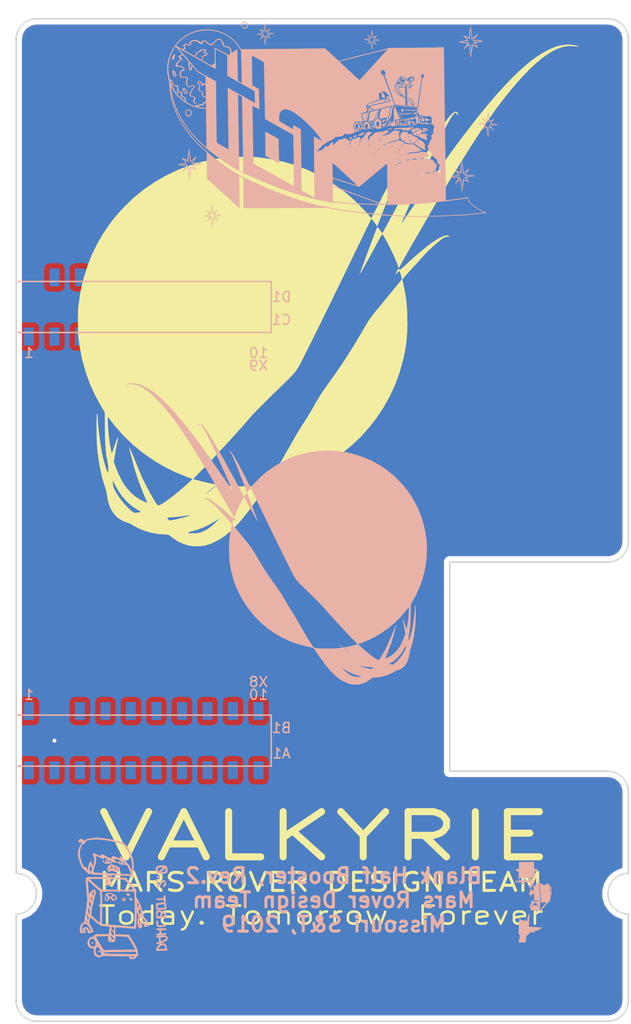
<source format=kicad_pcb>
(kicad_pcb (version 20171130) (host pcbnew "(5.0.0)")
  (layers (0 F.Cu signal) (31 B.Cu signal) (34 B.Paste user) (35 F.Paste user) (36 B.SilkS user) (37 F.SilkS user) (38 B.Mask user) (39 F.Mask user) (44 Edge.Cuts user))
  (net 0 "")
  (net 1 "Net-(U1-Pad+5V)")
  (net 2 "Net-(U1-PadGND)")
  (net 3 "Net-(U1-PadPE0)")
  (net 4 "Net-(U1-PadPE1)")
  (net 5 "Net-(U1-PadPE2)")
  (net 6 "Net-(U1-PadPE3)")
  (net 7 "Net-(U1-PadPD7)")
  (net 8 "Net-(U1-PadPA6)")
  (net 9 "Net-(U1-PadPM4)")
  (net 10 "Net-(U1-PadPM5)")
  (net 11 "Net-(U1-Pad+3V3)")
  (net 12 "Net-(U1-PadPE4)")
  (net 13 "Net-(U1-PadPC4)")
  (net 14 "Net-(U1-PadPC5)")
  (net 15 "Net-(U1-PadPC6)")
  (net 16 "Net-(U1-PadPE5)")
  (net 17 "Net-(U1-PadPD3)")
  (net 18 "Net-(U1-PadPC7)")
  (net 19 "Net-(U1-PadPB2)")
  (net 20 "Net-(U1-PadPB3)")
  (net 21 "Net-(U1-PadPF1)")
  (net 22 "Net-(U1-PadPF2)")
  (net 23 "Net-(U1-PadPF3)")
  (net 24 "Net-(U1-PadPG0)")
  (net 25 "Net-(U1-PadPL4)")
  (net 26 "Net-(U1-PadPL5)")
  (net 27 "Net-(U1-PadPL0)")
  (net 28 "Net-(U1-PadPL1)")
  (net 29 "Net-(U1-PadPL2)")
  (net 30 "Net-(U1-PadPL3)")
  (net 31 "Net-(U1-PadPM3)")
  (net 32 "Net-(U1-PadPH2)")
  (net 33 "Net-(U1-PadPH3)")
  (net 34 "Net-(U1-PadRese)")
  (net 35 "Net-(U1-PadPD1)")
  (net 36 "Net-(U1-PadPD0)")
  (net 37 "Net-(U1-PadPN2)")
  (net 38 "Net-(U1-PadPN3)")
  (net 39 "Net-(U1-PadPP2)")
  (module MRDT_Shields:TM4C129E_Launchpad_X9_SMD_BOTTOM (layer F.Cu) (at 119.38 91.44)
    (fp_text reference U1 hide)
    (fp_text value TM4C129E_Launchpad hide)
    (fp_text user 1 (at 1.27 -41.148 180) (layer B.SilkS) (effects (justify mirror)))
    (fp_text user 10 (at 24.13 -41.148 180) (layer B.SilkS) (effects (justify mirror)))
    (fp_text user 1 (at 1.27 -7.112 180) (layer B.SilkS) (effects (justify mirror)))
    (fp_text user 10 (at 24.13 -7.112 180) (layer B.SilkS) (effects (justify mirror)))
    (fp_text user X9 (at 24.13 -39.878 180) (layer B.SilkS) (effects (justify mirror)))
    (fp_text user X8 (at 24.13 -8.382 180) (layer B.SilkS) (effects (justify mirror)))
    (fp_text user C1 (at 26.416 -44.45 180) (layer B.SilkS) (effects (justify mirror)))
    (fp_text user D1 (at 26.416 -46.736 180) (layer B.SilkS) (effects (justify mirror)))
    (fp_text user B1 (at 26.416 -3.81 180) (layer B.SilkS) (effects (justify mirror)))
    (fp_text user A1 (at 26.416 -1.27 180) (layer B.SilkS) (effects (justify mirror)))
    (pad +5V smd rect (at 1.27 -5.4864 180) (size 0.9906 1.778) (layers B.Cu B.Paste B.Mask) (net 1 "Net-(U1-Pad+5V)"))
    (pad GND smd rect (at 3.81 -5.4864 180) (size 0.9906 1.778) (layers B.Cu B.Paste B.Mask) (net 2 "Net-(U1-PadGND)"))
    (pad PE0 smd rect (at 6.35 -5.4864 180) (size 0.9906 1.778) (layers B.Cu B.Paste B.Mask) (net 3 "Net-(U1-PadPE0)"))
    (pad PE1 smd rect (at 8.89 -5.4864 180) (size 0.9906 1.778) (layers B.Cu B.Paste B.Mask) (net 4 "Net-(U1-PadPE1)"))
    (pad PE2 smd rect (at 11.43 -5.4864 180) (size 0.9906 1.778) (layers B.Cu B.Paste B.Mask) (net 5 "Net-(U1-PadPE2)"))
    (pad PE3 smd rect (at 13.97 -5.4864 180) (size 0.9906 1.778) (layers B.Cu B.Paste B.Mask) (net 6 "Net-(U1-PadPE3)"))
    (pad PD7 smd rect (at 16.51 -5.4864 180) (size 0.9906 1.778) (layers B.Cu B.Paste B.Mask) (net 7 "Net-(U1-PadPD7)"))
    (pad PA6 smd rect (at 19.05 -5.4864 180) (size 0.9906 1.778) (layers B.Cu B.Paste B.Mask) (net 8 "Net-(U1-PadPA6)"))
    (pad PM4 smd rect (at 21.59 -5.4864 180) (size 0.9906 1.778) (layers B.Cu B.Paste B.Mask) (net 9 "Net-(U1-PadPM4)"))
    (pad PM5 smd rect (at 24.13 -5.4864 180) (size 0.9906 1.778) (layers B.Cu B.Paste B.Mask) (net 10 "Net-(U1-PadPM5)"))
    (pad +3V3 smd rect (at 1.27 0.4064 180) (size 0.9906 1.778) (layers B.Cu B.Paste B.Mask) (net 11 "Net-(U1-Pad+3V3)"))
    (pad PE4 smd rect (at 3.81 0.4064 180) (size 0.9906 1.778) (layers B.Cu B.Paste B.Mask) (net 12 "Net-(U1-PadPE4)"))
    (pad PC4 smd rect (at 6.35 0.4064 180) (size 0.9906 1.778) (layers B.Cu B.Paste B.Mask) (net 13 "Net-(U1-PadPC4)"))
    (pad PC5 smd rect (at 8.89 0.4064 180) (size 0.9906 1.778) (layers B.Cu B.Paste B.Mask) (net 14 "Net-(U1-PadPC5)"))
    (pad PC6 smd rect (at 11.43 0.4064 180) (size 0.9906 1.778) (layers B.Cu B.Paste B.Mask) (net 15 "Net-(U1-PadPC6)"))
    (pad PE5 smd rect (at 13.97 0.4064 180) (size 0.9906 1.778) (layers B.Cu B.Paste B.Mask) (net 16 "Net-(U1-PadPE5)"))
    (pad PD3 smd rect (at 16.51 0.4064 180) (size 0.9906 1.778) (layers B.Cu B.Paste B.Mask) (net 17 "Net-(U1-PadPD3)"))
    (pad PC7 smd rect (at 19.05 0.4064 180) (size 0.9906 1.778) (layers B.Cu B.Paste B.Mask) (net 18 "Net-(U1-PadPC7)"))
    (pad PB2 smd rect (at 21.59 0.4064 180) (size 0.9906 1.778) (layers B.Cu B.Paste B.Mask) (net 19 "Net-(U1-PadPB2)"))
    (pad PB3 smd rect (at 24.13 0.4064 180) (size 0.9906 1.778) (layers B.Cu B.Paste B.Mask) (net 20 "Net-(U1-PadPB3)"))
    (pad PF1 smd rect (at 1.27 -42.7736 180) (size 0.9906 1.778) (layers B.Cu B.Paste B.Mask) (net 21 "Net-(U1-PadPF1)"))
    (pad PF2 smd rect (at 3.81 -42.7736 180) (size 0.9906 1.778) (layers B.Cu B.Paste B.Mask) (net 22 "Net-(U1-PadPF2)"))
    (pad PF3 smd rect (at 6.35 -42.7736 180) (size 0.9906 1.778) (layers B.Cu B.Paste B.Mask) (net 23 "Net-(U1-PadPF3)"))
    (pad PG0 smd rect (at 8.89 -42.7736 180) (size 0.9906 1.778) (layers B.Cu B.Paste B.Mask) (net 24 "Net-(U1-PadPG0)"))
    (pad PL4 smd rect (at 11.43 -42.7736 180) (size 0.9906 1.778) (layers B.Cu B.Paste B.Mask) (net 25 "Net-(U1-PadPL4)"))
    (pad PL5 smd rect (at 13.97 -42.7736 180) (size 0.9906 1.778) (layers B.Cu B.Paste B.Mask) (net 26 "Net-(U1-PadPL5)"))
    (pad PL0 smd rect (at 16.51 -42.7736 180) (size 0.9906 1.778) (layers B.Cu B.Paste B.Mask) (net 27 "Net-(U1-PadPL0)"))
    (pad PL1 smd rect (at 19.05 -42.7736 180) (size 0.9906 1.778) (layers B.Cu B.Paste B.Mask) (net 28 "Net-(U1-PadPL1)"))
    (pad PL2 smd rect (at 21.59 -42.7736 180) (size 0.9906 1.778) (layers B.Cu B.Paste B.Mask) (net 29 "Net-(U1-PadPL2)"))
    (pad PL3 smd rect (at 24.13 -42.7736 180) (size 0.9906 1.778) (layers B.Cu B.Paste B.Mask) (net 30 "Net-(U1-PadPL3)"))
    (pad GND smd rect (at 1.27 -48.6664 180) (size 0.9906 1.778) (layers B.Cu B.Paste B.Mask) (net 2 "Net-(U1-PadGND)"))
    (pad PM3 smd rect (at 3.81 -48.6664 180) (size 0.9906 1.778) (layers B.Cu B.Paste B.Mask) (net 31 "Net-(U1-PadPM3)"))
    (pad PH2 smd rect (at 6.35 -48.6664 180) (size 0.9906 1.778) (layers B.Cu B.Paste B.Mask) (net 32 "Net-(U1-PadPH2)"))
    (pad PH3 smd rect (at 8.89 -48.6664 180) (size 0.9906 1.778) (layers B.Cu B.Paste B.Mask) (net 33 "Net-(U1-PadPH3)"))
    (pad Rese smd rect (at 11.43 -48.6664 180) (size 0.9906 1.778) (layers B.Cu B.Paste B.Mask) (net 34 "Net-(U1-PadRese)"))
    (pad PD1 smd rect (at 13.97 -48.6664 180) (size 0.9906 1.778) (layers B.Cu B.Paste B.Mask) (net 35 "Net-(U1-PadPD1)"))
    (pad PD0 smd rect (at 16.51 -48.6664 180) (size 0.9906 1.778) (layers B.Cu B.Paste B.Mask) (net 36 "Net-(U1-PadPD0)"))
    (pad PN2 smd rect (at 19.05 -48.6664 180) (size 0.9906 1.778) (layers B.Cu B.Paste B.Mask) (net 37 "Net-(U1-PadPN2)"))
    (pad PN3 smd rect (at 21.59 -48.6664 180) (size 0.9906 1.778) (layers B.Cu B.Paste B.Mask) (net 38 "Net-(U1-PadPN3)"))
    (pad PP2 smd rect (at 24.13 -48.6664 180) (size 0.9906 1.778) (layers B.Cu B.Paste B.Mask) (net 39 "Net-(U1-PadPP2)"))
  )
  (module MRDT_Silkscreens:2_Dahlbot_2.0 (layer B.Cu) (at 130.302 104.648 180)
    (fp_text reference G*** hide)
    (fp_text value LOGO hide)
  )
  (module MRDT_Silkscreens:0_MRDT_Retro_Logo_34mmX21.5mm (layer B.Cu) (at 150.876 27.686 180)
    (fp_text reference G*** hide)
    (fp_text value LOGO hide)
  )
  (module MRDT_Silkscreens:2_Shimble (layer B.Cu) (at 170.434 103.886 180)
    (fp_text reference G*** hide)
    (fp_text value LOGO hide)
  )
  (module MRDT_Silkscreens:0_MRDT_Logo_30mm (layer B.Cu) (at 145.288 68.326 180)
    (fp_text reference G*** hide)
    (fp_text value LOGO hide)
  )
  (module MRDT_Silkscreens:0_MRDT_Logo_50mm (layer F.Cu) (at 150.495 44.577)
    (fp_text reference G*** hide)
    (fp_text value LOGO hide)
  )
  (gr_text "Today. Tomorrow. Forever" (at 149.733 106.299) (layer F.SilkS) (effects (font (size 1.8 2.3) (thickness 0.25))))
  (gr_text "MARS ROVER DESIGN TEAM" (at 149.733 102.997) (layer F.SilkS) (effects (font (size 1.8 2.2) (thickness 0.3))))
  (gr_text VALKYRIE (at 150.114 98.425) (layer F.SilkS) (effects (font (size 4.5 6.7) (thickness 0.7))))
  (gr_text "Blank Half Booster, Rev.2\nMars Rover Design Team\nMissouri S&T, 2019" (at 151.003 104.775) (layer B.SilkS) (effects (font (size 1.5 1.5) (thickness 0.3)) (justify mirror)))
  (gr_arc (start 121.412 19.05) (end 121.412 17.018) (angle -90) (layer Edge.Cuts) (width 0.15))
  (gr_arc (start 178.308 19.05) (end 180.34 19.05) (angle -90) (layer Edge.Cuts) (width 0.15))
  (gr_arc (start 178.308 93.98) (end 180.34 93.98) (angle -90) (layer Edge.Cuts) (width 0.15))
  (gr_arc (start 178.308 69.088) (end 178.308 71.12) (angle -90) (layer Edge.Cuts) (width 0.15))
  (gr_arc (start 121.412 114.808) (end 119.38 114.808) (angle -90) (layer Edge.Cuts) (width 0.15))
  (gr_arc (start 178.308 114.808) (end 178.308 116.84) (angle -90) (layer Edge.Cuts) (width 0.15))
  (gr_arc (start 180.34 104.14) (end 180.34 102.108) (angle -180) (layer Edge.Cuts) (width 0.15))
  (gr_arc (start 119.38 104.14) (end 119.38 106.172) (angle -180) (layer Edge.Cuts) (width 0.15))
  (gr_line (start 119.38 19.05) (end 119.38 102.108) (layer Edge.Cuts) (width 0.15))
  (gr_line (start 178.308 17.018) (end 121.412 17.018) (layer Edge.Cuts) (width 0.15))
  (gr_line (start 180.34 69.088) (end 180.34 19.05) (layer Edge.Cuts) (width 0.15))
  (gr_line (start 162.56 71.12) (end 178.308 71.12) (layer Edge.Cuts) (width 0.15))
  (gr_line (start 162.56 91.948) (end 162.56 71.12) (layer Edge.Cuts) (width 0.15))
  (gr_line (start 178.308 91.948) (end 162.56 91.948) (layer Edge.Cuts) (width 0.15))
  (gr_line (start 180.34 102.108) (end 180.34 93.98) (layer Edge.Cuts) (width 0.15))
  (gr_line (start 180.34 114.808) (end 180.34 106.172) (layer Edge.Cuts) (width 0.15))
  (gr_line (start 121.412 116.84) (end 178.308 116.84) (layer Edge.Cuts) (width 0.15))
  (gr_line (start 119.38 114.808) (end 119.38 106.172) (layer Edge.Cuts) (width 0.15))
  (via (at 123.19 88.9) (size 0.8) (drill 0.4) (layers F.Cu B.Cu) (net 2))
  (zone (net 2) (net_name "Net-(U1-PadGND)") (layer B.Cu) (connect_pads yes (clearance 0.508)) (min_thickness 0.254) (fill yes (arc_segments 16) (thermal_gap 0.508) (thermal_bridge_width 0.508))
    (polygon (pts (xy 119.38 17.018) (xy 119.38 116.84) (xy 180.34 116.84) (xy 180.34 17.018)))
  )
  (zone (net 2) (net_name "Net-(U1-PadGND)") (layer F.Cu) (connect_pads yes (clearance 0.508)) (min_thickness 0.254) (fill yes (arc_segments 16) (thermal_gap 0.508) (thermal_bridge_width 0.508))
    (polygon (pts (xy 119.38 17.018) (xy 119.38 116.84) (xy 180.34 116.84) (xy 180.34 17.018)))
  )
)
</source>
